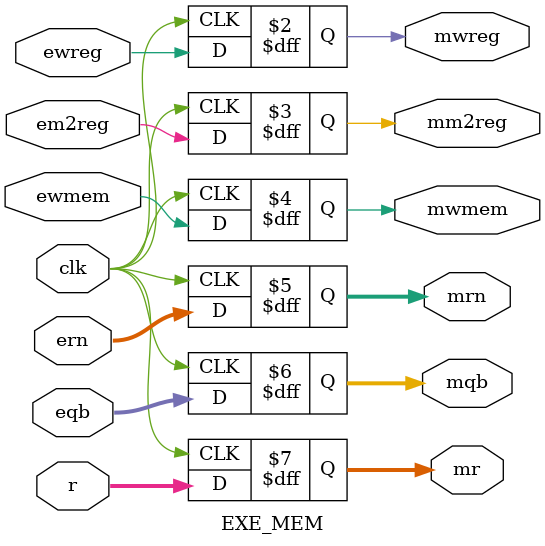
<source format=v>
`timescale 1ns / 1ps


module EXE_MEM(clk, ewreg, em2reg, ewmem, ern, eqb, r, mwreg, mm2reg, mwmem, mrn, mqb, mr);
input clk, ewreg, em2reg, ewmem;
input [4:0] ern;
input [31:0] eqb, r;
output reg mwreg, mm2reg, mwmem;
output reg [4:0] mrn;
output reg [31:0] mqb, mr;

always @(posedge clk)
begin
    mwreg = ewreg;
    mm2reg = em2reg;
    mwmem = ewmem;
    mrn = ern;
    mqb = eqb;
    mr = r;
end
endmodule

</source>
